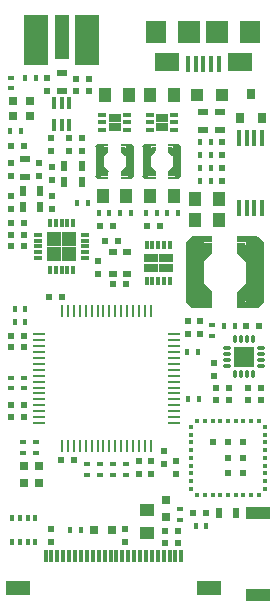
<source format=gts>
G04 #@! TF.FileFunction,Soldermask,Top*
%FSLAX46Y46*%
G04 Gerber Fmt 4.6, Leading zero omitted, Abs format (unit mm)*
G04 Created by KiCad (PCBNEW 4.0.6+dfsg1-1) date Sun Apr 29 05:14:28 2018*
%MOMM*%
%LPD*%
G01*
G04 APERTURE LIST*
%ADD10C,0.100000*%
%ADD11R,0.600000X0.500000*%
%ADD12R,0.800000X0.600000*%
%ADD13R,1.000000X0.250000*%
%ADD14R,0.250000X1.000000*%
%ADD15R,0.350000X0.500000*%
%ADD16R,1.250000X1.000000*%
%ADD17O,0.750000X0.300000*%
%ADD18O,0.300000X0.750000*%
%ADD19R,0.900000X0.900000*%
%ADD20R,0.400000X0.600000*%
%ADD21R,0.300000X1.000000*%
%ADD22R,2.000000X1.300000*%
%ADD23R,0.400000X0.300000*%
%ADD24R,0.300000X0.400000*%
%ADD25R,0.500000X0.500000*%
%ADD26R,0.600000X0.400000*%
%ADD27R,0.300000X0.730000*%
%ADD28R,0.730000X0.300000*%
%ADD29R,1.250000X1.250000*%
%ADD30R,0.500000X0.600000*%
%ADD31R,1.000000X1.250000*%
%ADD32R,0.797560X0.797560*%
%ADD33R,0.450000X1.450000*%
%ADD34R,0.650000X0.350000*%
%ADD35R,1.000000X0.800000*%
%ADD36R,0.300000X0.650000*%
%ADD37R,1.240000X0.775000*%
%ADD38R,0.900000X0.500000*%
%ADD39R,2.000000X4.191000*%
%ADD40R,1.270000X3.683000*%
%ADD41R,0.762000X2.540000*%
%ADD42R,0.889000X0.254000*%
%ADD43R,0.381000X0.444500*%
%ADD44R,0.500000X0.900000*%
%ADD45R,0.800000X0.900000*%
%ADD46R,1.000000X1.000000*%
%ADD47R,1.524000X5.080000*%
%ADD48R,1.778000X0.508000*%
%ADD49R,0.762000X0.889000*%
%ADD50R,2.000000X1.000000*%
%ADD51R,0.450000X1.000000*%
%ADD52R,0.400000X1.350000*%
%ADD53R,2.100000X1.600000*%
%ADD54R,1.900000X1.900000*%
%ADD55R,1.800000X1.900000*%
G04 APERTURE END LIST*
D10*
D11*
X66250000Y-106400000D03*
X65150000Y-106400000D03*
X51050000Y-98700000D03*
X52150000Y-98700000D03*
D12*
X56450000Y-94900000D03*
X57650000Y-94900000D03*
X56450000Y-96700000D03*
X57650000Y-96700000D03*
D13*
X50200000Y-101850000D03*
X50200000Y-102350000D03*
X50200000Y-102850000D03*
X50200000Y-103350000D03*
X50200000Y-103850000D03*
X50200000Y-104350000D03*
X50200000Y-104850000D03*
X50200000Y-105350000D03*
X50200000Y-105850000D03*
X50200000Y-106350000D03*
X50200000Y-106850000D03*
X50200000Y-107350000D03*
X50200000Y-107850000D03*
X50200000Y-108350000D03*
X50200000Y-108850000D03*
X50200000Y-109350000D03*
D14*
X52150000Y-111300000D03*
X52650000Y-111300000D03*
X53150000Y-111300000D03*
X53650000Y-111300000D03*
X54150000Y-111300000D03*
X54650000Y-111300000D03*
X55150000Y-111300000D03*
X55650000Y-111300000D03*
X56150000Y-111300000D03*
X56650000Y-111300000D03*
X57150000Y-111300000D03*
X57650000Y-111300000D03*
X58150000Y-111300000D03*
X58650000Y-111300000D03*
X59150000Y-111300000D03*
X59650000Y-111300000D03*
D13*
X61600000Y-109350000D03*
X61600000Y-108850000D03*
X61600000Y-108350000D03*
X61600000Y-107850000D03*
X61600000Y-107350000D03*
X61600000Y-106850000D03*
X61600000Y-106350000D03*
X61600000Y-105850000D03*
X61600000Y-105350000D03*
X61600000Y-104850000D03*
X61600000Y-104350000D03*
X61600000Y-103850000D03*
X61600000Y-103350000D03*
X61600000Y-102850000D03*
X61600000Y-102350000D03*
X61600000Y-101850000D03*
D14*
X59650000Y-99900000D03*
X59150000Y-99900000D03*
X58650000Y-99900000D03*
X58150000Y-99900000D03*
X57650000Y-99900000D03*
X57150000Y-99900000D03*
X56650000Y-99900000D03*
X56150000Y-99900000D03*
X55650000Y-99900000D03*
X55150000Y-99900000D03*
X54650000Y-99900000D03*
X54150000Y-99900000D03*
X53650000Y-99900000D03*
X53150000Y-99900000D03*
X52650000Y-99900000D03*
X52150000Y-99900000D03*
D15*
X47925000Y-119425000D03*
X48575000Y-119425000D03*
X49225000Y-119425000D03*
X49875000Y-119425000D03*
X47925000Y-117375000D03*
X48575000Y-117375000D03*
X49225000Y-117375000D03*
X49875000Y-117375000D03*
D16*
X59350000Y-116700000D03*
X59350000Y-118700000D03*
D17*
X66075000Y-103000000D03*
X66075000Y-103500000D03*
X66075000Y-104000000D03*
X66075000Y-104500000D03*
D18*
X66800000Y-105225000D03*
X67300000Y-105225000D03*
X67800000Y-105225000D03*
X68300000Y-105225000D03*
D17*
X69025000Y-104500000D03*
X69025000Y-104000000D03*
X69025000Y-103500000D03*
X69025000Y-103000000D03*
D18*
X68300000Y-102275000D03*
X67800000Y-102275000D03*
X67300000Y-102275000D03*
X66800000Y-102275000D03*
D19*
X68000000Y-104200000D03*
X68000000Y-103300000D03*
X67100000Y-104200000D03*
X67100000Y-103300000D03*
D20*
X63750000Y-107350000D03*
X62850000Y-107350000D03*
D21*
X50750000Y-120600000D03*
X51250000Y-120600000D03*
X51750000Y-120600000D03*
X52250000Y-120600000D03*
X52750000Y-120600000D03*
X53250000Y-120600000D03*
X53750000Y-120600000D03*
X54250000Y-120600000D03*
X54750000Y-120600000D03*
X55250000Y-120600000D03*
X55750000Y-120600000D03*
X56250000Y-120600000D03*
X56750000Y-120600000D03*
X57250000Y-120600000D03*
X57750000Y-120600000D03*
X58250000Y-120600000D03*
X58750000Y-120600000D03*
X59250000Y-120600000D03*
X59750000Y-120600000D03*
X60250000Y-120600000D03*
X60750000Y-120600000D03*
X61250000Y-120600000D03*
X61750000Y-120600000D03*
X62250000Y-120600000D03*
D22*
X48450000Y-123300000D03*
X64550000Y-123300000D03*
D23*
X69350000Y-114900000D03*
X69350000Y-114250000D03*
X69350000Y-113600000D03*
X69350000Y-112950000D03*
X69350000Y-112300000D03*
X69350000Y-111650000D03*
X69350000Y-111000000D03*
X69350000Y-110350000D03*
X69350000Y-109700000D03*
D24*
X68150000Y-109150000D03*
X67500000Y-109150000D03*
X66850000Y-109150000D03*
X66200000Y-109150000D03*
X65550000Y-109150000D03*
X64900000Y-109150000D03*
X64250000Y-109150000D03*
X63600000Y-109150000D03*
D23*
X63050000Y-109700000D03*
D24*
X68800000Y-109150000D03*
D23*
X63050000Y-110350000D03*
X63050000Y-111000000D03*
X63050000Y-111650000D03*
X63050000Y-112300000D03*
X63050000Y-112950000D03*
X63050000Y-113600000D03*
X63050000Y-114250000D03*
X63050000Y-114900000D03*
D24*
X63600000Y-115450000D03*
X64250000Y-115450000D03*
X64900000Y-115450000D03*
X65550000Y-115450000D03*
X66200000Y-115450000D03*
X66850000Y-115450000D03*
X67500000Y-115450000D03*
X68150000Y-115450000D03*
X68800000Y-115450000D03*
D25*
X66200000Y-112300000D03*
X67500000Y-112300000D03*
X66200000Y-113600000D03*
X67500000Y-113600000D03*
X66200000Y-111000000D03*
X67500000Y-111000000D03*
X64900000Y-111000000D03*
D26*
X48950000Y-105500000D03*
X48950000Y-106400000D03*
X54300000Y-112850000D03*
X54300000Y-113750000D03*
X55400000Y-113750000D03*
X55400000Y-112850000D03*
D27*
X53100000Y-92435000D03*
X52600000Y-92435000D03*
X52100000Y-92435000D03*
X51600000Y-92435000D03*
X51100000Y-92435000D03*
D28*
X50135000Y-93400000D03*
X50135000Y-93900000D03*
X50135000Y-94400000D03*
X50135000Y-94900000D03*
X50135000Y-95400000D03*
D27*
X51100000Y-96365000D03*
X51600000Y-96365000D03*
X52100000Y-96365000D03*
X52600000Y-96365000D03*
X53100000Y-96365000D03*
D28*
X54065000Y-95400000D03*
X54065000Y-94900000D03*
X54065000Y-94400000D03*
X54065000Y-93900000D03*
X54065000Y-93400000D03*
D29*
X51475000Y-95025000D03*
X52725000Y-95025000D03*
X51475000Y-93775000D03*
X52725000Y-93775000D03*
D30*
X52750000Y-86300000D03*
X52750000Y-85200000D03*
D11*
X48950000Y-92400000D03*
X47850000Y-92400000D03*
X48950000Y-94400000D03*
X47850000Y-94400000D03*
X48950000Y-93400000D03*
X47850000Y-93400000D03*
X56850000Y-93950000D03*
X55750000Y-93950000D03*
D31*
X65400000Y-92150000D03*
X63400000Y-92150000D03*
D30*
X65700000Y-88900000D03*
X65700000Y-87800000D03*
D31*
X65400000Y-90350000D03*
X63400000Y-90350000D03*
X57800000Y-81600000D03*
X55800000Y-81600000D03*
D11*
X59350000Y-92650000D03*
X60450000Y-92650000D03*
D31*
X59600000Y-90150000D03*
X61600000Y-90150000D03*
D30*
X65000000Y-104250000D03*
X65000000Y-105350000D03*
D11*
X68850000Y-101150000D03*
X67750000Y-101150000D03*
X67850000Y-106400000D03*
X68950000Y-106400000D03*
X67850000Y-107400000D03*
X68950000Y-107400000D03*
D30*
X47800000Y-91250000D03*
X47800000Y-90150000D03*
X51300000Y-90150000D03*
X51300000Y-91250000D03*
X47800000Y-88450000D03*
X47800000Y-87350000D03*
X50200000Y-88450000D03*
X50200000Y-87350000D03*
D11*
X48950000Y-85900000D03*
X47850000Y-85900000D03*
D30*
X65700000Y-86700000D03*
X65700000Y-85600000D03*
X51250000Y-118350000D03*
X51250000Y-119450000D03*
X57500000Y-118350000D03*
X57500000Y-119450000D03*
X55200000Y-95650000D03*
X55200000Y-96750000D03*
D11*
X61950000Y-118500000D03*
X60850000Y-118500000D03*
X61950000Y-119500000D03*
X60850000Y-119500000D03*
X47850000Y-101950000D03*
X48950000Y-101950000D03*
X48950000Y-108850000D03*
X47850000Y-108850000D03*
X48950000Y-107850000D03*
X47850000Y-107850000D03*
X47850000Y-102950000D03*
X48950000Y-102950000D03*
D30*
X62800000Y-100750000D03*
X62800000Y-101850000D03*
X59650000Y-113650000D03*
X59650000Y-112550000D03*
D11*
X52050000Y-112500000D03*
X53150000Y-112500000D03*
D30*
X63800000Y-100750000D03*
X63800000Y-101850000D03*
X58650000Y-113650000D03*
X58650000Y-112550000D03*
D32*
X49450000Y-83400000D03*
X47951400Y-83400000D03*
X48900000Y-112950700D03*
X48900000Y-114449300D03*
X60950000Y-117350000D03*
X60950000Y-115851400D03*
D33*
X67125000Y-91150000D03*
X67775000Y-91150000D03*
X68425000Y-91150000D03*
X69075000Y-91150000D03*
X69075000Y-85250000D03*
X68425000Y-85250000D03*
X67775000Y-85250000D03*
X67125000Y-85250000D03*
D34*
X61650000Y-84550000D03*
X61650000Y-83900000D03*
X61650000Y-83250000D03*
X59550000Y-83250000D03*
X59550000Y-83900000D03*
X59550000Y-84550000D03*
D35*
X60600000Y-83500000D03*
X60600000Y-84300000D03*
D36*
X61300000Y-94250000D03*
X60800000Y-94250000D03*
X60300000Y-94250000D03*
X59800000Y-94250000D03*
X59300000Y-94250000D03*
X59300000Y-97350000D03*
X59800000Y-97350000D03*
X60300000Y-97350000D03*
X60800000Y-97350000D03*
X61300000Y-97350000D03*
D37*
X59680000Y-96187500D03*
X60920000Y-96187500D03*
X59680000Y-95412500D03*
X60920000Y-95412500D03*
D20*
X63850000Y-88900000D03*
X64750000Y-88900000D03*
X64750000Y-87800000D03*
X63850000Y-87800000D03*
D26*
X47850000Y-106400000D03*
X47850000Y-105500000D03*
X57600000Y-113750000D03*
X57600000Y-112850000D03*
X56500000Y-112850000D03*
X56500000Y-113750000D03*
D20*
X59250000Y-91600000D03*
X60150000Y-91600000D03*
X61050000Y-91600000D03*
X61950000Y-91600000D03*
D26*
X64850000Y-101950000D03*
X64850000Y-101050000D03*
D20*
X47750000Y-84600000D03*
X48650000Y-84600000D03*
D26*
X48800000Y-110950000D03*
X48800000Y-111850000D03*
D20*
X66750000Y-101150000D03*
X65850000Y-101150000D03*
X53450000Y-90750000D03*
X54350000Y-90750000D03*
D38*
X65500000Y-83050000D03*
X65500000Y-84550000D03*
D26*
X62150000Y-116650000D03*
X62150000Y-117550000D03*
D38*
X64100000Y-83050000D03*
X64100000Y-84550000D03*
D20*
X48150000Y-99700000D03*
X49050000Y-99700000D03*
X48150000Y-100800000D03*
X49050000Y-100800000D03*
X64750000Y-86700000D03*
X63850000Y-86700000D03*
X64750000Y-85600000D03*
X63850000Y-85600000D03*
X63650000Y-103350000D03*
X62750000Y-103350000D03*
D39*
X54246300Y-76895500D03*
X49953700Y-76895500D03*
D40*
X52100000Y-76641500D03*
D31*
X61600000Y-81600000D03*
X59600000Y-81600000D03*
D11*
X55350000Y-92650000D03*
X56450000Y-92650000D03*
D31*
X55600000Y-90150000D03*
X57600000Y-90150000D03*
D20*
X55250000Y-91600000D03*
X56150000Y-91600000D03*
X57050000Y-91600000D03*
X57950000Y-91600000D03*
D34*
X57650000Y-84550000D03*
X57650000Y-83900000D03*
X57650000Y-83250000D03*
X55550000Y-83250000D03*
X55550000Y-83900000D03*
X55550000Y-84550000D03*
D35*
X56600000Y-83500000D03*
X56600000Y-84300000D03*
D41*
X59330000Y-87200000D03*
X61870000Y-87200000D03*
D42*
X59647500Y-85803000D03*
X59647500Y-88597000D03*
X61552500Y-85803000D03*
X61552500Y-88597000D03*
D43*
X59901500Y-88247750D03*
X61298500Y-88247750D03*
X61298500Y-86152250D03*
X59901500Y-86152250D03*
D10*
G36*
X59203000Y-88723962D02*
X58949038Y-88470000D01*
X59203000Y-88216038D01*
X59456962Y-88470000D01*
X59203000Y-88723962D01*
X59203000Y-88723962D01*
G37*
G36*
X59203000Y-86183962D02*
X58949038Y-85930000D01*
X59203000Y-85676038D01*
X59456962Y-85930000D01*
X59203000Y-86183962D01*
X59203000Y-86183962D01*
G37*
G36*
X61997000Y-86183962D02*
X61743038Y-85930000D01*
X61997000Y-85676038D01*
X62250962Y-85930000D01*
X61997000Y-86183962D01*
X61997000Y-86183962D01*
G37*
G36*
X61997000Y-88723962D02*
X61743038Y-88470000D01*
X61997000Y-88216038D01*
X62250962Y-88470000D01*
X61997000Y-88723962D01*
X61997000Y-88723962D01*
G37*
G36*
X59711000Y-88406263D02*
X59330237Y-88025500D01*
X59711000Y-87644737D01*
X60091763Y-88025500D01*
X59711000Y-88406263D01*
X59711000Y-88406263D01*
G37*
G36*
X59711000Y-86755263D02*
X59330237Y-86374500D01*
X59711000Y-85993737D01*
X60091763Y-86374500D01*
X59711000Y-86755263D01*
X59711000Y-86755263D01*
G37*
G36*
X61489000Y-86755263D02*
X61108237Y-86374500D01*
X61489000Y-85993737D01*
X61869763Y-86374500D01*
X61489000Y-86755263D01*
X61489000Y-86755263D01*
G37*
G36*
X61489000Y-88406263D02*
X61108237Y-88025500D01*
X61489000Y-87644737D01*
X61869763Y-88025500D01*
X61489000Y-88406263D01*
X61489000Y-88406263D01*
G37*
D41*
X55330000Y-87200000D03*
X57870000Y-87200000D03*
D42*
X55647500Y-85803000D03*
X55647500Y-88597000D03*
X57552500Y-85803000D03*
X57552500Y-88597000D03*
D43*
X55901500Y-88247750D03*
X57298500Y-88247750D03*
X57298500Y-86152250D03*
X55901500Y-86152250D03*
D10*
G36*
X55203000Y-88723962D02*
X54949038Y-88470000D01*
X55203000Y-88216038D01*
X55456962Y-88470000D01*
X55203000Y-88723962D01*
X55203000Y-88723962D01*
G37*
G36*
X55203000Y-86183962D02*
X54949038Y-85930000D01*
X55203000Y-85676038D01*
X55456962Y-85930000D01*
X55203000Y-86183962D01*
X55203000Y-86183962D01*
G37*
G36*
X57997000Y-86183962D02*
X57743038Y-85930000D01*
X57997000Y-85676038D01*
X58250962Y-85930000D01*
X57997000Y-86183962D01*
X57997000Y-86183962D01*
G37*
G36*
X57997000Y-88723962D02*
X57743038Y-88470000D01*
X57997000Y-88216038D01*
X58250962Y-88470000D01*
X57997000Y-88723962D01*
X57997000Y-88723962D01*
G37*
G36*
X55711000Y-88406263D02*
X55330237Y-88025500D01*
X55711000Y-87644737D01*
X56091763Y-88025500D01*
X55711000Y-88406263D01*
X55711000Y-88406263D01*
G37*
G36*
X55711000Y-86755263D02*
X55330237Y-86374500D01*
X55711000Y-85993737D01*
X56091763Y-86374500D01*
X55711000Y-86755263D01*
X55711000Y-86755263D01*
G37*
G36*
X57489000Y-86755263D02*
X57108237Y-86374500D01*
X57489000Y-85993737D01*
X57869763Y-86374500D01*
X57489000Y-86755263D01*
X57489000Y-86755263D01*
G37*
G36*
X57489000Y-88406263D02*
X57108237Y-88025500D01*
X57489000Y-87644737D01*
X57869763Y-88025500D01*
X57489000Y-88406263D01*
X57489000Y-88406263D01*
G37*
D32*
X54850700Y-118450000D03*
X56349300Y-118450000D03*
D20*
X52850000Y-118450000D03*
X53750000Y-118450000D03*
D30*
X51300000Y-88800000D03*
X51300000Y-87700000D03*
X51250000Y-86300000D03*
X51250000Y-85200000D03*
D11*
X53350000Y-81250000D03*
X54450000Y-81250000D03*
D30*
X50900000Y-81200000D03*
X50900000Y-80100000D03*
D11*
X53350000Y-80250000D03*
X54450000Y-80250000D03*
D38*
X52100000Y-79750000D03*
X52100000Y-81250000D03*
D44*
X48800000Y-89700000D03*
X50300000Y-89700000D03*
D38*
X49000000Y-87000000D03*
X49000000Y-88500000D03*
D44*
X50300000Y-91100000D03*
X48800000Y-91100000D03*
X52300000Y-88950000D03*
X53800000Y-88950000D03*
D45*
X67200000Y-83500000D03*
X69100000Y-83500000D03*
X68150000Y-81500000D03*
D46*
X63550000Y-81600000D03*
X65650000Y-81600000D03*
D11*
X66250000Y-107400000D03*
X65150000Y-107400000D03*
D30*
X60800000Y-111750000D03*
X60800000Y-112850000D03*
X61800000Y-112550000D03*
X61800000Y-113650000D03*
D32*
X49449300Y-82100000D03*
X47950700Y-82100000D03*
D26*
X47850000Y-81000000D03*
X47850000Y-80100000D03*
D47*
X68440000Y-96600000D03*
X63360000Y-96600000D03*
D48*
X67805000Y-99394000D03*
X67805000Y-93806000D03*
X63995000Y-99394000D03*
X63995000Y-93806000D03*
D49*
X67297000Y-94504500D03*
X64503000Y-94504500D03*
X64503000Y-98695500D03*
X67297000Y-98695500D03*
D10*
G36*
X68694000Y-93552077D02*
X69201923Y-94060000D01*
X68694000Y-94567923D01*
X68186077Y-94060000D01*
X68694000Y-93552077D01*
X68694000Y-93552077D01*
G37*
G36*
X68694000Y-98632077D02*
X69201923Y-99140000D01*
X68694000Y-99647923D01*
X68186077Y-99140000D01*
X68694000Y-98632077D01*
X68694000Y-98632077D01*
G37*
G36*
X63106000Y-98632077D02*
X63613923Y-99140000D01*
X63106000Y-99647923D01*
X62598077Y-99140000D01*
X63106000Y-98632077D01*
X63106000Y-98632077D01*
G37*
G36*
X63106000Y-93552077D02*
X63613923Y-94060000D01*
X63106000Y-94567923D01*
X62598077Y-94060000D01*
X63106000Y-93552077D01*
X63106000Y-93552077D01*
G37*
G36*
X67678000Y-94187473D02*
X68439527Y-94949000D01*
X67678000Y-95710527D01*
X66916473Y-94949000D01*
X67678000Y-94187473D01*
X67678000Y-94187473D01*
G37*
G36*
X67678000Y-97489473D02*
X68439527Y-98251000D01*
X67678000Y-99012527D01*
X66916473Y-98251000D01*
X67678000Y-97489473D01*
X67678000Y-97489473D01*
G37*
G36*
X64122000Y-97489473D02*
X64883527Y-98251000D01*
X64122000Y-99012527D01*
X63360473Y-98251000D01*
X64122000Y-97489473D01*
X64122000Y-97489473D01*
G37*
G36*
X64122000Y-94187473D02*
X64883527Y-94949000D01*
X64122000Y-95710527D01*
X63360473Y-94949000D01*
X64122000Y-94187473D01*
X64122000Y-94187473D01*
G37*
D50*
X68750000Y-116950000D03*
X68750000Y-123950000D03*
D51*
X51450000Y-84100000D03*
X52100000Y-84100000D03*
X52750000Y-84100000D03*
X52750000Y-82300000D03*
X52100000Y-82300000D03*
X51450000Y-82300000D03*
D52*
X65400000Y-78950000D03*
X64750000Y-78950000D03*
X64100000Y-78950000D03*
X63450000Y-78950000D03*
X62800000Y-78950000D03*
D53*
X61000000Y-78825000D03*
X67200000Y-78825000D03*
D54*
X65300000Y-76275000D03*
X62900000Y-76275000D03*
D55*
X68100000Y-76275000D03*
X60100000Y-76275000D03*
D30*
X53800000Y-85200000D03*
X53800000Y-86300000D03*
D44*
X53800000Y-87550000D03*
X52300000Y-87550000D03*
D20*
X49950000Y-80100000D03*
X49050000Y-80100000D03*
D32*
X50200000Y-112950700D03*
X50200000Y-114449300D03*
D26*
X49900000Y-110950000D03*
X49900000Y-111850000D03*
D11*
X57550000Y-97600000D03*
X56450000Y-97600000D03*
X63250000Y-117000000D03*
X64350000Y-117000000D03*
D44*
X66900000Y-117000000D03*
X65400000Y-117000000D03*
D20*
X64350000Y-118050000D03*
X63450000Y-118050000D03*
M02*

</source>
